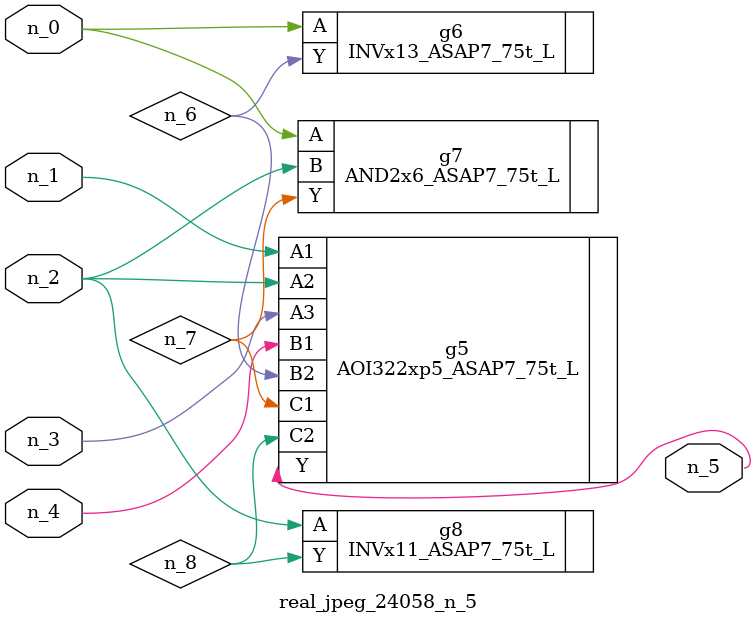
<source format=v>
module real_jpeg_24058_n_5 (n_4, n_0, n_1, n_2, n_3, n_5);

input n_4;
input n_0;
input n_1;
input n_2;
input n_3;

output n_5;

wire n_8;
wire n_6;
wire n_7;

INVx13_ASAP7_75t_L g6 ( 
.A(n_0),
.Y(n_6)
);

AND2x6_ASAP7_75t_L g7 ( 
.A(n_0),
.B(n_2),
.Y(n_7)
);

AOI322xp5_ASAP7_75t_L g5 ( 
.A1(n_1),
.A2(n_2),
.A3(n_3),
.B1(n_4),
.B2(n_6),
.C1(n_7),
.C2(n_8),
.Y(n_5)
);

INVx11_ASAP7_75t_L g8 ( 
.A(n_2),
.Y(n_8)
);


endmodule
</source>
